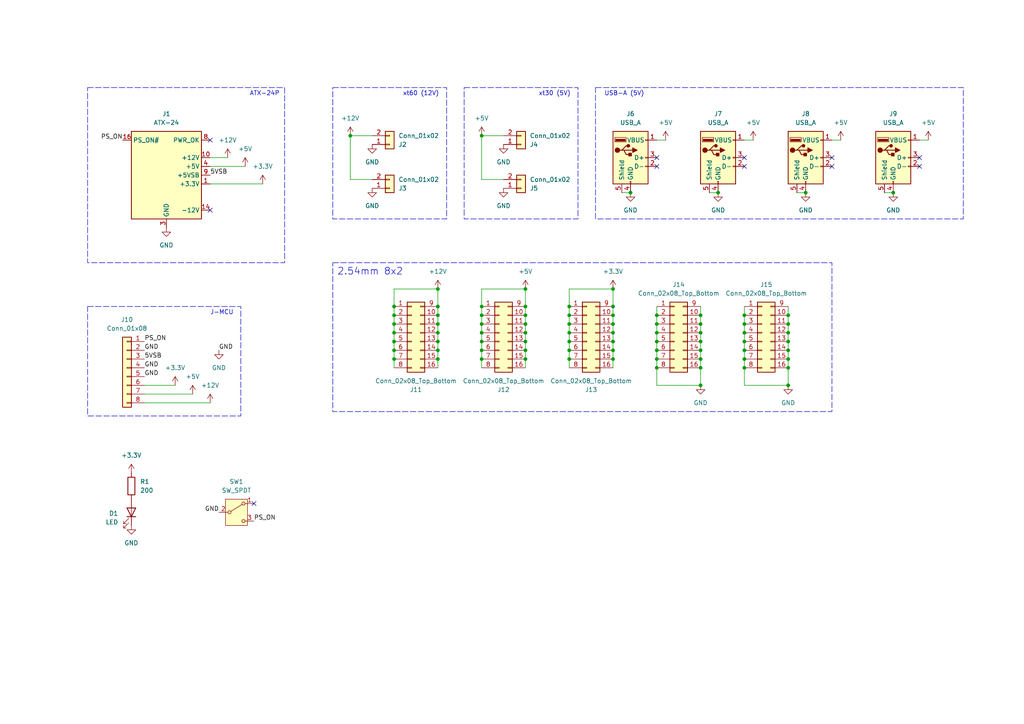
<source format=kicad_sch>
(kicad_sch (version 20230121) (generator eeschema)
  (paper "A4")
  (title_block (title "pm-patx-1") (date "2024-01-29") (rev "v0.1") (company "fm-elpac") (comment 1 "ATX 供电引出板") (comment 2 "secext2022") (comment 3 "https://github.com/fm-elpac/fm-hw"))
  (lib_symbols
    (symbol "Connector:ATX-24"
      (property "Reference" "J" (at -8.89 13.97 0))
      (property "Value" "ATX-24" (at 6.35 13.97 0))
      (symbol "ATX-24_0_1"
        (rectangle (start -10.16 12.7) (end 10.16 -12.7) (stroke (width 0.254)) (fill (type background)))
      )
      (symbol "ATX-24_1_1"
        (pin power_out line (at 12.7 -2.54 180) (length 2.54) (name "+3.3V") (number "1"))
        (pin power_out line (at 12.7 5.08 180) (length 2.54) (name "+12V") (number "10"))
        (pin passive line (at 12.7 5.08 180) (length 2.54) hide (name "+12V") (number "11"))
        (pin passive line (at 12.7 -2.54 180) (length 2.54) hide (name "+3.3V") (number "12"))
        (pin passive line (at 12.7 -2.54 180) (length 2.54) hide (name "+3.3V") (number "13"))
        (pin power_out line (at 12.7 -10.16 180) (length 2.54) (name "-12V") (number "14"))
        (pin passive line (at 0 -15.24 90) (length 2.54) hide (name "GND") (number "15"))
        (pin open_collector line (at -12.7 10.16 0) (length 2.54) (name "PS_ON#") (number "16"))
        (pin passive line (at 0 -15.24 90) (length 2.54) hide (name "GND") (number "17"))
        (pin passive line (at 0 -15.24 90) (length 2.54) hide (name "GND") (number "18"))
        (pin passive line (at 0 -15.24 90) (length 2.54) hide (name "GND") (number "19"))
        (pin passive line (at 12.7 -2.54 180) (length 2.54) hide (name "+3.3V") (number "2"))
        (pin no_connect line (at -10.16 0 0) (length 2.54) hide (name "NC") (number "20"))
        (pin passive line (at 12.7 2.54 180) (length 2.54) hide (name "+5V") (number "21"))
        (pin passive line (at 12.7 2.54 180) (length 2.54) hide (name "+5V") (number "22"))
        (pin passive line (at 12.7 2.54 180) (length 2.54) hide (name "+5V") (number "23"))
        (pin passive line (at 0 -15.24 90) (length 2.54) hide (name "GND") (number "24"))
        (pin power_out line (at 0 -15.24 90) (length 2.54) (name "GND") (number "3"))
        (pin power_out line (at 12.7 2.54 180) (length 2.54) (name "+5V") (number "4"))
        (pin passive line (at 0 -15.24 90) (length 2.54) hide (name "GND") (number "5"))
        (pin passive line (at 12.7 2.54 180) (length 2.54) hide (name "+5V") (number "6"))
        (pin passive line (at 0 -15.24 90) (length 2.54) hide (name "GND") (number "7"))
        (pin output line (at 12.7 10.16 180) (length 2.54) (name "PWR_OK") (number "8"))
        (pin power_out line (at 12.7 0 180) (length 2.54) (name "+5VSB") (number "9"))
      )
    )
    (symbol "Connector:USB_A" (pin_names (offset 1.016))
      (property "Reference" "J" (at -5.08 11.43 0))
      (property "Value" "USB_A" (at -5.08 8.89 0))
      (symbol "USB_A_0_1"
        (rectangle (start -5.08 -7.62) (end 5.08 7.62) (stroke (width 0.254)) (fill (type background)))
        (circle (center -3.81 2.159) (radius 0.635) (stroke (width 0.254)) (fill (type outline)))
        (rectangle (start -1.524 4.826) (end -4.318 5.334) (fill (type outline)))
        (rectangle (start -1.27 4.572) (end -4.572 5.842))
        (circle (center -0.635 3.429) (radius 0.381) (stroke (width 0.254)) (fill (type outline)))
        (rectangle (start -0.127 -7.62) (end 0.127 -6.858))
        (polyline (pts (xy -3.175 2.159) (xy -2.54 2.159) (xy -1.27 3.429) (xy -0.635 3.429)) (stroke (width 0.254)))
        (polyline (pts (xy -2.54 2.159) (xy -1.905 2.159) (xy -1.27 0.889) (xy 0 0.889)) (stroke (width 0.254)))
        (polyline (pts (xy 0.635 2.794) (xy 0.635 1.524) (xy 1.905 2.159) (xy 0.635 2.794)) (stroke (width 0.254)) (fill (type outline)))
        (rectangle (start 0.254 1.27) (end -0.508 0.508) (stroke (width 0.254)) (fill (type outline)))
        (rectangle (start 5.08 -2.667) (end 4.318 -2.413))
        (rectangle (start 5.08 -0.127) (end 4.318 0.127))
        (rectangle (start 5.08 4.953) (end 4.318 5.207))
      )
      (symbol "USB_A_1_1"
        (polyline (pts (xy -1.905 2.159) (xy 0.635 2.159)) (stroke (width 0.254)))
        (pin power_in line (at 7.62 5.08 180) (length 2.54) (name "VBUS") (number "1"))
        (pin bidirectional line (at 7.62 -2.54 180) (length 2.54) (name "D-") (number "2"))
        (pin bidirectional line (at 7.62 0 180) (length 2.54) (name "D+") (number "3"))
        (pin power_in line (at 0 -10.16 90) (length 2.54) (name "GND") (number "4"))
        (pin passive line (at -2.54 -10.16 90) (length 2.54) (name "Shield") (number "5"))
      )
    )
    (symbol "Connector_Generic:Conn_01x02" (pin_names (offset 1.016) hide)
      (property "Reference" "J" (at 0 2.54 0))
      (property "Value" "Conn_01x02" (at 0 -5.08 0))
      (symbol "Conn_01x02_1_1"
        (rectangle (start -1.27 -2.413) (end 0 -2.667) (stroke (width 0.1524)))
        (rectangle (start -1.27 0.127) (end 0 -0.127) (stroke (width 0.1524)))
        (rectangle (start -1.27 1.27) (end 1.27 -3.81) (stroke (width 0.254)) (fill (type background)))
        (pin passive line (at -5.08 0 0) (length 3.81) (name "Pin_1") (number "1"))
        (pin passive line (at -5.08 -2.54 0) (length 3.81) (name "Pin_2") (number "2"))
      )
    )
    (symbol "Connector_Generic:Conn_01x08" (pin_names (offset 1.016) hide)
      (property "Reference" "J" (at 0 10.16 0))
      (property "Value" "Conn_01x08" (at 0 -12.7 0))
      (symbol "Conn_01x08_1_1"
        (rectangle (start -1.27 -10.033) (end 0 -10.287) (stroke (width 0.1524)))
        (rectangle (start -1.27 -7.493) (end 0 -7.747) (stroke (width 0.1524)))
        (rectangle (start -1.27 -4.953) (end 0 -5.207) (stroke (width 0.1524)))
        (rectangle (start -1.27 -2.413) (end 0 -2.667) (stroke (width 0.1524)))
        (rectangle (start -1.27 0.127) (end 0 -0.127) (stroke (width 0.1524)))
        (rectangle (start -1.27 2.667) (end 0 2.413) (stroke (width 0.1524)))
        (rectangle (start -1.27 5.207) (end 0 4.953) (stroke (width 0.1524)))
        (rectangle (start -1.27 7.747) (end 0 7.493) (stroke (width 0.1524)))
        (rectangle (start -1.27 8.89) (end 1.27 -11.43) (stroke (width 0.254)) (fill (type background)))
        (pin passive line (at -5.08 7.62 0) (length 3.81) (name "Pin_1") (number "1"))
        (pin passive line (at -5.08 5.08 0) (length 3.81) (name "Pin_2") (number "2"))
        (pin passive line (at -5.08 2.54 0) (length 3.81) (name "Pin_3") (number "3"))
        (pin passive line (at -5.08 0 0) (length 3.81) (name "Pin_4") (number "4"))
        (pin passive line (at -5.08 -2.54 0) (length 3.81) (name "Pin_5") (number "5"))
        (pin passive line (at -5.08 -5.08 0) (length 3.81) (name "Pin_6") (number "6"))
        (pin passive line (at -5.08 -7.62 0) (length 3.81) (name "Pin_7") (number "7"))
        (pin passive line (at -5.08 -10.16 0) (length 3.81) (name "Pin_8") (number "8"))
      )
    )
    (symbol "Connector_Generic:Conn_02x08_Top_Bottom" (pin_names (offset 1.016) hide)
      (property "Reference" "J" (at 1.27 10.16 0))
      (property "Value" "Conn_02x08_Top_Bottom" (at 1.27 -12.7 0))
      (symbol "Conn_02x08_Top_Bottom_1_1"
        (rectangle (start -1.27 -10.033) (end 0 -10.287) (stroke (width 0.1524)))
        (rectangle (start -1.27 -7.493) (end 0 -7.747) (stroke (width 0.1524)))
        (rectangle (start -1.27 -4.953) (end 0 -5.207) (stroke (width 0.1524)))
        (rectangle (start -1.27 -2.413) (end 0 -2.667) (stroke (width 0.1524)))
        (rectangle (start -1.27 0.127) (end 0 -0.127) (stroke (width 0.1524)))
        (rectangle (start -1.27 2.667) (end 0 2.413) (stroke (width 0.1524)))
        (rectangle (start -1.27 5.207) (end 0 4.953) (stroke (width 0.1524)))
        (rectangle (start -1.27 7.747) (end 0 7.493) (stroke (width 0.1524)))
        (rectangle (start -1.27 8.89) (end 3.81 -11.43) (stroke (width 0.254)) (fill (type background)))
        (rectangle (start 3.81 -10.033) (end 2.54 -10.287) (stroke (width 0.1524)))
        (rectangle (start 3.81 -7.493) (end 2.54 -7.747) (stroke (width 0.1524)))
        (rectangle (start 3.81 -4.953) (end 2.54 -5.207) (stroke (width 0.1524)))
        (rectangle (start 3.81 -2.413) (end 2.54 -2.667) (stroke (width 0.1524)))
        (rectangle (start 3.81 0.127) (end 2.54 -0.127) (stroke (width 0.1524)))
        (rectangle (start 3.81 2.667) (end 2.54 2.413) (stroke (width 0.1524)))
        (rectangle (start 3.81 5.207) (end 2.54 4.953) (stroke (width 0.1524)))
        (rectangle (start 3.81 7.747) (end 2.54 7.493) (stroke (width 0.1524)))
        (pin passive line (at -5.08 7.62 0) (length 3.81) (name "Pin_1") (number "1"))
        (pin passive line (at 7.62 5.08 180) (length 3.81) (name "Pin_10") (number "10"))
        (pin passive line (at 7.62 2.54 180) (length 3.81) (name "Pin_11") (number "11"))
        (pin passive line (at 7.62 0 180) (length 3.81) (name "Pin_12") (number "12"))
        (pin passive line (at 7.62 -2.54 180) (length 3.81) (name "Pin_13") (number "13"))
        (pin passive line (at 7.62 -5.08 180) (length 3.81) (name "Pin_14") (number "14"))
        (pin passive line (at 7.62 -7.62 180) (length 3.81) (name "Pin_15") (number "15"))
        (pin passive line (at 7.62 -10.16 180) (length 3.81) (name "Pin_16") (number "16"))
        (pin passive line (at -5.08 5.08 0) (length 3.81) (name "Pin_2") (number "2"))
        (pin passive line (at -5.08 2.54 0) (length 3.81) (name "Pin_3") (number "3"))
        (pin passive line (at -5.08 0 0) (length 3.81) (name "Pin_4") (number "4"))
        (pin passive line (at -5.08 -2.54 0) (length 3.81) (name "Pin_5") (number "5"))
        (pin passive line (at -5.08 -5.08 0) (length 3.81) (name "Pin_6") (number "6"))
        (pin passive line (at -5.08 -7.62 0) (length 3.81) (name "Pin_7") (number "7"))
        (pin passive line (at -5.08 -10.16 0) (length 3.81) (name "Pin_8") (number "8"))
        (pin passive line (at 7.62 7.62 180) (length 3.81) (name "Pin_9") (number "9"))
      )
    )
    (symbol "Device:LED" (pin_numbers hide) (pin_names (offset 1.016) hide)
      (property "Reference" "D" (at 0 2.54 0))
      (property "Value" "LED" (at 0 -2.54 0))
      (symbol "LED_0_1"
        (polyline (pts (xy -1.27 -1.27) (xy -1.27 1.27)) (stroke (width 0.254)))
        (polyline (pts (xy -1.27 0) (xy 1.27 0)))
        (polyline (pts (xy 1.27 -1.27) (xy 1.27 1.27) (xy -1.27 0) (xy 1.27 -1.27)) (stroke (width 0.254)))
        (polyline (pts (xy -3.048 -0.762) (xy -4.572 -2.286) (xy -3.81 -2.286) (xy -4.572 -2.286) (xy -4.572 -1.524)))
        (polyline (pts (xy -1.778 -0.762) (xy -3.302 -2.286) (xy -2.54 -2.286) (xy -3.302 -2.286) (xy -3.302 -1.524)))
      )
      (symbol "LED_1_1"
        (pin passive line (at -3.81 0 0) (length 2.54) (name "K") (number "1"))
        (pin passive line (at 3.81 0 180) (length 2.54) (name "A") (number "2"))
      )
    )
    (symbol "Device:R" (pin_numbers hide) (pin_names (offset 0))
      (property "Reference" "R" (at 2.032 0 90))
      (property "Value" "R" (at 0 0 90))
      (symbol "R_0_1"
        (rectangle (start -1.016 -2.54) (end 1.016 2.54) (stroke (width 0.254)))
      )
      (symbol "R_1_1"
        (pin passive line (at 0 3.81 270) (length 1.27) (name "~") (number "1"))
        (pin passive line (at 0 -3.81 90) (length 1.27) (name "~") (number "2"))
      )
    )
    (symbol "Switch:SW_SPDT" (pin_names (offset 0) hide)
      (property "Reference" "SW" (at 0 5.08 0))
      (property "Value" "SW_SPDT" (at 0 -5.08 0))
      (symbol "SW_SPDT_0_1"
        (circle (center -2.032 0) (radius 0.4572))
        (polyline (pts (xy -1.651 0.254) (xy 1.651 2.286)))
        (circle (center 2.032 -2.54) (radius 0.4572))
        (circle (center 2.032 2.54) (radius 0.4572))
      )
      (symbol "SW_SPDT_1_1"
        (rectangle (start -3.175 3.81) (end 3.175 -3.81) (fill (type background)))
        (pin passive line (at 5.08 2.54 180) (length 2.54) (name "A") (number "1"))
        (pin passive line (at -5.08 0 0) (length 2.54) (name "B") (number "2"))
        (pin passive line (at 5.08 -2.54 180) (length 2.54) (name "C") (number "3"))
      )
    )
    (symbol "power:+12V" (power) (pin_names (offset 0))
      (property "Value" "+12V" (at 0 3.556 0))
      (symbol "+12V_0_1"
        (polyline (pts (xy -0.762 1.27) (xy 0 2.54)))
        (polyline (pts (xy 0 0) (xy 0 2.54)))
        (polyline (pts (xy 0 2.54) (xy 0.762 1.27)))
      )
      (symbol "+12V_1_1"
        (pin power_in line (at 0 0 90) (length 0) hide (name "+12V") (number "1"))
      )
    )
    (symbol "power:+3.3V" (power) (pin_names (offset 0))
      (property "Value" "+3.3V" (at 0 3.556 0))
      (symbol "+3.3V_0_1"
        (polyline (pts (xy -0.762 1.27) (xy 0 2.54)))
        (polyline (pts (xy 0 0) (xy 0 2.54)))
        (polyline (pts (xy 0 2.54) (xy 0.762 1.27)))
      )
      (symbol "+3.3V_1_1"
        (pin power_in line (at 0 0 90) (length 0) hide (name "+3.3V") (number "1"))
      )
    )
    (symbol "power:+5V" (power) (pin_names (offset 0))
      (property "Value" "+5V" (at 0 3.556 0))
      (symbol "+5V_0_1"
        (polyline (pts (xy -0.762 1.27) (xy 0 2.54)))
        (polyline (pts (xy 0 0) (xy 0 2.54)))
        (polyline (pts (xy 0 2.54) (xy 0.762 1.27)))
      )
      (symbol "+5V_1_1"
        (pin power_in line (at 0 0 90) (length 0) hide (name "+5V") (number "1"))
      )
    )
    (symbol "power:GND" (power) (pin_names (offset 0))
      (property "Value" "GND" (at 0 -3.81 0))
      (symbol "GND_0_1"
        (polyline (pts (xy 0 0) (xy 0 -1.27) (xy 1.27 -1.27) (xy 0 -2.54) (xy -1.27 -1.27) (xy 0 -1.27)))
      )
      (symbol "GND_1_1"
        (pin power_in line (at 0 0 270) (length 0) hide (name "GND") (number "1"))
      )
    )
  )
  (junction (at 101.6 39.37))
  (junction (at 114.3 96.52))
  (junction (at 177.8 91.44))
  (junction (at 182.88 55.88))
  (junction (at 228.6 99.06))
  (junction (at 190.5 96.52))
  (junction (at 114.3 88.9))
  (junction (at 228.6 96.52))
  (junction (at 177.8 99.06))
  (junction (at 139.7 101.6))
  (junction (at 203.2 96.52))
  (junction (at 165.1 101.6))
  (junction (at 190.5 104.14))
  (junction (at 177.8 101.6))
  (junction (at 177.8 96.52))
  (junction (at 203.2 101.6))
  (junction (at 215.9 91.44))
  (junction (at 228.6 104.14))
  (junction (at 139.7 93.98))
  (junction (at 114.3 99.06))
  (junction (at 203.2 106.68))
  (junction (at 127 93.98))
  (junction (at 127 99.06))
  (junction (at 127 96.52))
  (junction (at 152.4 93.98))
  (junction (at 139.7 104.14))
  (junction (at 114.3 104.14))
  (junction (at 165.1 104.14))
  (junction (at 203.2 104.14))
  (junction (at 203.2 99.06))
  (junction (at 203.2 91.44))
  (junction (at 127 101.6))
  (junction (at 152.4 88.9))
  (junction (at 127 104.14))
  (junction (at 203.2 111.76))
  (junction (at 190.5 91.44))
  (junction (at 190.5 106.68))
  (junction (at 114.3 93.98))
  (junction (at 190.5 101.6))
  (junction (at 177.8 88.9))
  (junction (at 165.1 96.52))
  (junction (at 233.68 55.88))
  (junction (at 139.7 99.06))
  (junction (at 139.7 91.44))
  (junction (at 139.7 88.9))
  (junction (at 152.4 91.44))
  (junction (at 165.1 99.06))
  (junction (at 228.6 93.98))
  (junction (at 215.9 106.68))
  (junction (at 127 91.44))
  (junction (at 190.5 99.06))
  (junction (at 139.7 39.37))
  (junction (at 139.7 96.52))
  (junction (at 114.3 91.44))
  (junction (at 127 88.9))
  (junction (at 190.5 93.98))
  (junction (at 177.8 93.98))
  (junction (at 215.9 93.98))
  (junction (at 228.6 111.76))
  (junction (at 215.9 101.6))
  (junction (at 152.4 99.06))
  (junction (at 228.6 106.68))
  (junction (at 228.6 101.6))
  (junction (at 203.2 93.98))
  (junction (at 165.1 88.9))
  (junction (at 208.28 55.88))
  (junction (at 152.4 104.14))
  (junction (at 228.6 91.44))
  (junction (at 114.3 101.6))
  (junction (at 215.9 104.14))
  (junction (at 152.4 96.52))
  (junction (at 177.8 83.82))
  (junction (at 152.4 101.6))
  (junction (at 127 83.82))
  (junction (at 165.1 91.44))
  (junction (at 215.9 99.06))
  (junction (at 259.08 55.88))
  (junction (at 165.1 93.98))
  (junction (at 152.4 83.82))
  (junction (at 215.9 96.52))
  (junction (at 177.8 104.14))
  (no_connect (at 60.96 40.64))
  (no_connect (at 215.9 45.72))
  (no_connect (at 215.9 48.26))
  (no_connect (at 73.66 146.05))
  (no_connect (at 241.3 48.26))
  (no_connect (at 190.5 45.72))
  (no_connect (at 241.3 45.72))
  (no_connect (at 266.7 45.72))
  (no_connect (at 190.5 48.26))
  (no_connect (at 266.7 48.26))
  (no_connect (at 60.96 60.96))
  (wire (pts (xy 152.4 91.44) (xy 152.4 93.98)))
  (wire (pts (xy 215.9 99.06) (xy 215.9 101.6)))
  (wire (pts (xy 228.6 96.52) (xy 228.6 99.06)))
  (wire (pts (xy 60.96 45.72) (xy 66.04 45.72)))
  (wire (pts (xy 177.8 83.82) (xy 177.8 88.9)))
  (wire (pts (xy 165.1 99.06) (xy 165.1 101.6)))
  (wire (pts (xy 152.4 88.9) (xy 152.4 91.44)))
  (wire (pts (xy 107.95 52.07) (xy 101.6 52.07)))
  (wire (pts (xy 215.9 106.68) (xy 215.9 111.76)))
  (wire (pts (xy 177.8 104.14) (xy 177.8 106.68)))
  (wire (pts (xy 228.6 104.14) (xy 228.6 106.68)))
  (wire (pts (xy 190.5 40.64) (xy 193.04 40.64)))
  (wire (pts (xy 127 93.98) (xy 127 96.52)))
  (wire (pts (xy 114.3 83.82) (xy 114.3 88.9)))
  (wire (pts (xy 203.2 96.52) (xy 203.2 99.06)))
  (wire (pts (xy 203.2 88.9) (xy 203.2 91.44)))
  (wire (pts (xy 228.6 93.98) (xy 228.6 96.52)))
  (wire (pts (xy 127 101.6) (xy 127 104.14)))
  (wire (pts (xy 152.4 104.14) (xy 152.4 106.68)))
  (wire (pts (xy 165.1 88.9) (xy 165.1 91.44)))
  (wire (pts (xy 190.5 91.44) (xy 190.5 93.98)))
  (wire (pts (xy 231.14 55.88) (xy 233.68 55.88)))
  (wire (pts (xy 152.4 101.6) (xy 152.4 104.14)))
  (wire (pts (xy 139.7 88.9) (xy 139.7 83.82)))
  (wire (pts (xy 114.3 101.6) (xy 114.3 104.14)))
  (wire (pts (xy 215.9 101.6) (xy 215.9 104.14)))
  (wire (pts (xy 215.9 104.14) (xy 215.9 106.68)))
  (wire (pts (xy 215.9 88.9) (xy 215.9 91.44)))
  (wire (pts (xy 114.3 91.44) (xy 114.3 93.98)))
  (wire (pts (xy 165.1 88.9) (xy 165.1 83.82)))
  (wire (pts (xy 114.3 96.52) (xy 114.3 99.06)))
  (wire (pts (xy 190.5 88.9) (xy 190.5 91.44)))
  (wire (pts (xy 165.1 91.44) (xy 165.1 93.98)))
  (wire (pts (xy 152.4 83.82) (xy 152.4 88.9)))
  (wire (pts (xy 177.8 91.44) (xy 177.8 93.98)))
  (wire (pts (xy 190.5 93.98) (xy 190.5 96.52)))
  (wire (pts (xy 165.1 101.6) (xy 165.1 104.14)))
  (wire (pts (xy 203.2 99.06) (xy 203.2 101.6)))
  (wire (pts (xy 165.1 104.14) (xy 165.1 106.68)))
  (wire (pts (xy 203.2 104.14) (xy 203.2 106.68)))
  (wire (pts (xy 127 83.82) (xy 127 88.9)))
  (wire (pts (xy 146.05 52.07) (xy 139.7 52.07)))
  (wire (pts (xy 177.8 88.9) (xy 177.8 91.44)))
  (wire (pts (xy 165.1 93.98) (xy 165.1 96.52)))
  (wire (pts (xy 114.3 88.9) (xy 114.3 91.44)))
  (wire (pts (xy 215.9 40.64) (xy 218.44 40.64)))
  (wire (pts (xy 114.3 99.06) (xy 114.3 101.6)))
  (wire (pts (xy 215.9 93.98) (xy 215.9 96.52)))
  (wire (pts (xy 203.2 91.44) (xy 203.2 93.98)))
  (wire (pts (xy 180.34 55.88) (xy 182.88 55.88)))
  (wire (pts (xy 127 91.44) (xy 127 93.98)))
  (wire (pts (xy 127 88.9) (xy 127 91.44)))
  (wire (pts (xy 114.3 104.14) (xy 114.3 106.68)))
  (wire (pts (xy 139.7 52.07) (xy 139.7 39.37)))
  (wire (pts (xy 127 83.82) (xy 114.3 83.82)))
  (wire (pts (xy 139.7 91.44) (xy 139.7 93.98)))
  (wire (pts (xy 228.6 99.06) (xy 228.6 101.6)))
  (wire (pts (xy 177.8 96.52) (xy 177.8 99.06)))
  (wire (pts (xy 177.8 101.6) (xy 177.8 104.14)))
  (wire (pts (xy 152.4 99.06) (xy 152.4 101.6)))
  (wire (pts (xy 152.4 96.52) (xy 152.4 99.06)))
  (wire (pts (xy 190.5 104.14) (xy 190.5 106.68)))
  (wire (pts (xy 190.5 99.06) (xy 190.5 101.6)))
  (wire (pts (xy 41.91 116.84) (xy 60.96 116.84)))
  (wire (pts (xy 256.54 55.88) (xy 259.08 55.88)))
  (wire (pts (xy 127 96.52) (xy 127 99.06)))
  (wire (pts (xy 190.5 101.6) (xy 190.5 104.14)))
  (wire (pts (xy 203.2 93.98) (xy 203.2 96.52)))
  (wire (pts (xy 177.8 93.98) (xy 177.8 96.52)))
  (wire (pts (xy 41.91 111.76) (xy 50.8 111.76)))
  (wire (pts (xy 190.5 111.76) (xy 203.2 111.76)))
  (wire (pts (xy 165.1 83.82) (xy 177.8 83.82)))
  (wire (pts (xy 139.7 96.52) (xy 139.7 99.06)))
  (wire (pts (xy 228.6 88.9) (xy 228.6 91.44)))
  (wire (pts (xy 215.9 96.52) (xy 215.9 99.06)))
  (wire (pts (xy 152.4 93.98) (xy 152.4 96.52)))
  (wire (pts (xy 215.9 111.76) (xy 228.6 111.76)))
  (wire (pts (xy 228.6 101.6) (xy 228.6 104.14)))
  (wire (pts (xy 60.96 53.34) (xy 76.2 53.34)))
  (wire (pts (xy 165.1 96.52) (xy 165.1 99.06)))
  (wire (pts (xy 205.74 55.88) (xy 208.28 55.88)))
  (wire (pts (xy 127 99.06) (xy 127 101.6)))
  (wire (pts (xy 190.5 106.68) (xy 190.5 111.76)))
  (wire (pts (xy 203.2 106.68) (xy 203.2 111.76)))
  (wire (pts (xy 228.6 106.68) (xy 228.6 111.76)))
  (wire (pts (xy 177.8 99.06) (xy 177.8 101.6)))
  (wire (pts (xy 114.3 93.98) (xy 114.3 96.52)))
  (wire (pts (xy 139.7 83.82) (xy 152.4 83.82)))
  (wire (pts (xy 101.6 52.07) (xy 101.6 39.37)))
  (wire (pts (xy 266.7 40.64) (xy 269.24 40.64)))
  (wire (pts (xy 139.7 88.9) (xy 139.7 91.44)))
  (wire (pts (xy 190.5 96.52) (xy 190.5 99.06)))
  (wire (pts (xy 41.91 114.3) (xy 55.88 114.3)))
  (wire (pts (xy 60.96 48.26) (xy 71.12 48.26)))
  (wire (pts (xy 203.2 101.6) (xy 203.2 104.14)))
  (wire (pts (xy 228.6 91.44) (xy 228.6 93.98)))
  (wire (pts (xy 215.9 91.44) (xy 215.9 93.98)))
  (wire (pts (xy 127 104.14) (xy 127 106.68)))
  (wire (pts (xy 139.7 93.98) (xy 139.7 96.52)))
  (wire (pts (xy 101.6 39.37) (xy 107.95 39.37)))
  (wire (pts (xy 139.7 104.14) (xy 139.7 106.68)))
  (wire (pts (xy 139.7 99.06) (xy 139.7 101.6)))
  (wire (pts (xy 241.3 40.64) (xy 243.84 40.64)))
  (wire (pts (xy 139.7 39.37) (xy 146.05 39.37)))
  (wire (pts (xy 139.7 101.6) (xy 139.7 104.14)))
  (rectangle (start 96.52 25.4) (end 129.54 63.5) (stroke (width 0) (type dash)))
  (rectangle (start 172.72 25.4) (end 279.4 63.5) (stroke (width 0) (type dash)))
  (rectangle (start 25.4 25.4) (end 82.55 76.2) (stroke (width 0) (type dash)))
  (rectangle (start 134.62 25.4) (end 167.64 63.5) (stroke (width 0) (type dash)))
  (rectangle (start 96.52 76.2) (end 241.3 119.38) (stroke (width 0) (type dash)))
  (rectangle (start 25.4 88.9) (end 69.85 120.65) (stroke (width 0) (type dash)))
  (text "USB-A (5V)" (at 175.26 27.94 0) (effects (font (size 1.27 1.27)) (justify left bottom)))
  (text "J-MCU" (at 60.96 91.44 0) (effects (font (size 1.27 1.27)) (justify left bottom)))
  (text "xt30 (5V)" (at 156.21 27.94 0) (effects (font (size 1.27 1.27)) (justify left bottom)))
  (text "xt60 (12V)" (at 116.84 27.94 0) (effects (font (size 1.27 1.27)) (justify left bottom)))
  (text "ATX-24P" (at 72.39 27.94 0) (effects (font (size 1.27 1.27)) (justify left bottom)))
  (text "2.54mm 8x2" (at 97.79 80.01 0) (effects (font (size 2 2)) (justify left bottom)))
  (label "GND" (at 41.91 106.68 0))
  (label "GND" (at 63.5 148.59 180))
  (label "GND" (at 41.91 109.22 0))
  (label "5VSB" (at 60.96 50.8 0))
  (label "PS_ON" (at 35.56 40.64 180))
  (label "PS_ON" (at 73.66 151.13 0))
  (label "GND" (at 41.91 101.6 0))
  (label "PS_ON" (at 41.91 99.06 0))
  (label "GND" (at 63.5 101.6 0))
  (label "5VSB" (at 41.91 104.14 0))
  (symbol (lib_id "power:GND") (at 228.6 111.76 0) (unit 1)
    (property "Reference" "#PWR027" (effects hide))
    (property "Value" "GND" (at 228.6 116.84 0))
  )
  (symbol (lib_id "power:+3.3V") (at 38.1 137.16 0) (unit 1)
    (property "Reference" "#PWR029" (effects hide))
    (property "Value" "+3.3V" (at 38.1 132.08 0))
  )
  (symbol (lib_id "Connector_Generic:Conn_02x08_Top_Bottom") (at 144.78 96.52 0) (unit 1)
    (property "Reference" "J12" (at 146.05 113.03 0))
    (property "Value" "Conn_02x08_Top_Bottom" (at 146.05 110.49 0))
    (property "Footprint" "Connector_PinHeader_2.54mm:PinHeader_2x08_P2.54mm_Vertical" (effects hide))
  )
  (symbol (lib_id "Connector_Generic:Conn_01x02") (at 113.03 41.91 0) (mirror x) (unit 1)
    (property "Reference" "J2" (at 115.57 41.91 0) (effects (justify left)))
    (property "Value" "Conn_01x02" (at 115.57 39.37 0) (effects (justify left)))
    (property "Footprint" "Connector_AMASS:AMASS_XT60-F_1x02_P7.20mm_Vertical" (effects hide))
  )
  (symbol (lib_id "Device:R") (at 38.1 140.97 0) (unit 1)
    (property "Reference" "R1" (at 40.64 139.7 0) (effects (justify left)))
    (property "Value" "200" (at 40.64 142.24 0) (effects (justify left)))
    (property "Footprint" "Resistor_SMD:R_0805_2012Metric_Pad1.20x1.40mm_HandSolder" (effects hide))
  )
  (symbol (lib_id "Connector:USB_A") (at 182.88 45.72 0) (unit 1)
    (property "Reference" "J6" (at 182.88 33.02 0))
    (property "Value" "USB_A" (at 182.88 35.56 0))
    (property "Footprint" "patx-1:USB-A-V1" (effects hide))
    (property "Datasheet" " ~" (effects hide))
  )
  (symbol (lib_id "power:+5V") (at 71.12 48.26 0) (unit 1)
    (property "Reference" "#PWR03" (effects hide))
    (property "Value" "+5V" (at 71.12 43.18 0))
  )
  (symbol (lib_id "Connector_Generic:Conn_02x08_Top_Bottom") (at 119.38 96.52 0) (unit 1)
    (property "Reference" "J11" (at 120.65 113.03 0))
    (property "Value" "Conn_02x08_Top_Bottom" (at 120.65 110.49 0))
    (property "Footprint" "Connector_PinHeader_2.54mm:PinHeader_2x08_P2.54mm_Vertical" (effects hide))
  )
  (symbol (lib_id "power:+5V") (at 152.4 83.82 0) (unit 1)
    (property "Reference" "#PWR024" (effects hide))
    (property "Value" "+5V" (at 152.4 78.74 0))
  )
  (symbol (lib_id "power:+3.3V") (at 177.8 83.82 0) (unit 1)
    (property "Reference" "#PWR025" (effects hide))
    (property "Value" "+3.3V" (at 177.8 78.74 0))
  )
  (symbol (lib_id "power:+5V") (at 243.84 40.64 0) (unit 1)
    (property "Reference" "#PWR017" (effects hide))
    (property "Value" "+5V" (at 243.84 35.56 0))
  )
  (symbol (lib_id "power:GND") (at 233.68 55.88 0) (unit 1)
    (property "Reference" "#PWR013" (effects hide))
    (property "Value" "GND" (at 233.68 60.96 0))
  )
  (symbol (lib_id "power:+3.3V") (at 76.2 53.34 0) (unit 1)
    (property "Reference" "#PWR04" (effects hide))
    (property "Value" "+3.3V" (at 76.2 48.26 0))
  )
  (symbol (lib_id "Connector_Generic:Conn_01x02") (at 151.13 54.61 0) (mirror x) (unit 1)
    (property "Reference" "J5" (at 153.67 54.61 0) (effects (justify left)))
    (property "Value" "Conn_01x02" (at 153.67 52.07 0) (effects (justify left)))
    (property "Footprint" "Connector_AMASS:AMASS_XT30UPB-F_1x02_P5.0mm_Vertical" (effects hide))
  )
  (symbol (lib_id "Connector:ATX-24") (at 48.26 50.8 0) (unit 1)
    (property "Reference" "J1" (at 48.26 33.02 0))
    (property "Value" "ATX-24" (at 48.26 35.56 0))
    (property "Footprint" "Connector_Molex:Molex_Mini-Fit_Jr_5566-24A_2x12_P4.20mm_Vertical" (effects hide))
    (property "Datasheet" "https://www.intel.com/content/dam/www/public/us/en/documents/guides/power-supply-design-guide-june.pdf#page=33" (effects hide))
  )
  (symbol (lib_id "power:GND") (at 146.05 54.61 0) (unit 1)
    (property "Reference" "#PWR08" (effects hide))
    (property "Value" "GND" (at 146.05 59.69 0))
  )
  (symbol (lib_id "power:GND") (at 259.08 55.88 0) (unit 1)
    (property "Reference" "#PWR014" (effects hide))
    (property "Value" "GND" (at 259.08 60.96 0))
  )
  (symbol (lib_id "power:+3.3V") (at 50.8 111.76 0) (unit 1)
    (property "Reference" "#PWR020" (effects hide))
    (property "Value" "+3.3V" (at 50.8 106.68 0))
  )
  (symbol (lib_id "Connector:USB_A") (at 259.08 45.72 0) (unit 1)
    (property "Reference" "J9" (at 259.08 33.02 0))
    (property "Value" "USB_A" (at 259.08 35.56 0))
    (property "Footprint" "patx-1:USB-A-V1" (effects hide))
    (property "Datasheet" " ~" (effects hide))
  )
  (symbol (lib_id "Connector:USB_A") (at 233.68 45.72 0) (unit 1)
    (property "Reference" "J8" (at 233.68 33.02 0))
    (property "Value" "USB_A" (at 233.68 35.56 0))
    (property "Footprint" "patx-1:USB-A-V1" (effects hide))
    (property "Datasheet" " ~" (effects hide))
  )
  (symbol (lib_id "power:GND") (at 48.26 66.04 0) (unit 1)
    (property "Reference" "#PWR01" (effects hide))
    (property "Value" "GND" (at 48.26 71.12 0))
  )
  (symbol (lib_id "power:+5V") (at 55.88 114.3 0) (unit 1)
    (property "Reference" "#PWR021" (effects hide))
    (property "Value" "+5V" (at 55.88 109.22 0))
  )
  (symbol (lib_id "power:GND") (at 182.88 55.88 0) (unit 1)
    (property "Reference" "#PWR011" (effects hide))
    (property "Value" "GND" (at 182.88 60.96 0))
  )
  (symbol (lib_id "power:GND") (at 107.95 41.91 0) (unit 1)
    (property "Reference" "#PWR05" (effects hide))
    (property "Value" "GND" (at 107.95 46.99 0))
  )
  (symbol (lib_id "power:+5V") (at 218.44 40.64 0) (unit 1)
    (property "Reference" "#PWR016" (effects hide))
    (property "Value" "+5V" (at 218.44 35.56 0))
  )
  (symbol (lib_id "power:GND") (at 146.05 41.91 0) (unit 1)
    (property "Reference" "#PWR07" (effects hide))
    (property "Value" "GND" (at 146.05 46.99 0))
  )
  (symbol (lib_id "Device:LED") (at 38.1 148.59 270) (mirror x) (unit 1)
    (property "Reference" "D1" (at 34.29 148.9075 90) (effects (justify right)))
    (property "Value" "LED" (at 34.29 151.4475 90) (effects (justify right)))
    (property "Footprint" "LED_SMD:LED_0805_2012Metric_Pad1.15x1.40mm_HandSolder" (effects hide))
  )
  (symbol (lib_id "power:GND") (at 107.95 54.61 0) (unit 1)
    (property "Reference" "#PWR06" (effects hide))
    (property "Value" "GND" (at 107.95 59.69 0))
  )
  (symbol (lib_id "Connector_Generic:Conn_02x08_Top_Bottom") (at 170.18 96.52 0) (unit 1)
    (property "Reference" "J13" (at 171.45 113.03 0))
    (property "Value" "Conn_02x08_Top_Bottom" (at 171.45 110.49 0))
    (property "Footprint" "Connector_PinHeader_2.54mm:PinHeader_2x08_P2.54mm_Vertical" (effects hide))
  )
  (symbol (lib_id "power:GND") (at 38.1 152.4 0) (unit 1)
    (property "Reference" "#PWR028" (effects hide))
    (property "Value" "GND" (at 38.1 157.48 0))
  )
  (symbol (lib_id "power:+5V") (at 193.04 40.64 0) (unit 1)
    (property "Reference" "#PWR015" (effects hide))
    (property "Value" "+5V" (at 193.04 35.56 0))
  )
  (symbol (lib_id "Connector_Generic:Conn_02x08_Top_Bottom") (at 220.98 96.52 0) (unit 1)
    (property "Reference" "J15" (at 222.25 82.55 0))
    (property "Value" "Conn_02x08_Top_Bottom" (at 222.25 85.09 0))
    (property "Footprint" "Connector_PinHeader_2.54mm:PinHeader_2x08_P2.54mm_Vertical" (effects hide))
  )
  (symbol (lib_id "power:+12V") (at 66.04 45.72 0) (unit 1)
    (property "Reference" "#PWR02" (effects hide))
    (property "Value" "+12V" (at 66.04 40.64 0))
  )
  (symbol (lib_id "power:+12V") (at 101.6 39.37 0) (unit 1)
    (property "Reference" "#PWR09" (effects hide))
    (property "Value" "+12V" (at 101.6 34.29 0))
  )
  (symbol (lib_id "power:+5V") (at 269.24 40.64 0) (unit 1)
    (property "Reference" "#PWR018" (effects hide))
    (property "Value" "+5V" (at 269.24 35.56 0))
  )
  (symbol (lib_id "Connector_Generic:Conn_01x02") (at 151.13 41.91 0) (mirror x) (unit 1)
    (property "Reference" "J4" (at 153.67 41.91 0) (effects (justify left)))
    (property "Value" "Conn_01x02" (at 153.67 39.37 0) (effects (justify left)))
    (property "Footprint" "Connector_AMASS:AMASS_XT30UPB-F_1x02_P5.0mm_Vertical" (effects hide))
  )
  (symbol (lib_id "Connector_Generic:Conn_02x08_Top_Bottom") (at 195.58 96.52 0) (unit 1)
    (property "Reference" "J14" (at 196.85 82.55 0))
    (property "Value" "Conn_02x08_Top_Bottom" (at 196.85 85.09 0))
    (property "Footprint" "Connector_PinHeader_2.54mm:PinHeader_2x08_P2.54mm_Vertical" (effects hide))
  )
  (symbol (lib_id "Connector_Generic:Conn_01x02") (at 113.03 54.61 0) (mirror x) (unit 1)
    (property "Reference" "J3" (at 115.57 54.61 0) (effects (justify left)))
    (property "Value" "Conn_01x02" (at 115.57 52.07 0) (effects (justify left)))
    (property "Footprint" "Connector_AMASS:AMASS_XT60-F_1x02_P7.20mm_Vertical" (effects hide))
  )
  (symbol (lib_id "power:+12V") (at 60.96 116.84 0) (unit 1)
    (property "Reference" "#PWR022" (effects hide))
    (property "Value" "+12V" (at 60.96 111.76 0))
  )
  (symbol (lib_id "power:+12V") (at 127 83.82 0) (unit 1)
    (property "Reference" "#PWR023" (effects hide))
    (property "Value" "+12V" (at 127 78.74 0))
  )
  (symbol (lib_id "Connector_Generic:Conn_01x08") (at 36.83 106.68 0) (mirror y) (unit 1)
    (property "Reference" "J10" (at 36.83 92.71 0))
    (property "Value" "Conn_01x08" (at 36.83 95.25 0))
    (property "Footprint" "Connector_PinHeader_2.54mm:PinHeader_1x08_P2.54mm_Vertical" (effects hide))
  )
  (symbol (lib_id "power:+5V") (at 139.7 39.37 0) (unit 1)
    (property "Reference" "#PWR010" (effects hide))
    (property "Value" "+5V" (at 139.7 34.29 0))
  )
  (symbol (lib_id "Connector:USB_A") (at 208.28 45.72 0) (unit 1)
    (property "Reference" "J7" (at 208.28 33.02 0))
    (property "Value" "USB_A" (at 208.28 35.56 0))
    (property "Footprint" "patx-1:USB-A-V1" (effects hide))
    (property "Datasheet" " ~" (effects hide))
  )
  (symbol (lib_id "power:GND") (at 208.28 55.88 0) (unit 1)
    (property "Reference" "#PWR012" (effects hide))
    (property "Value" "GND" (at 208.28 60.96 0))
  )
  (symbol (lib_id "power:GND") (at 63.5 101.6 0) (unit 1)
    (property "Reference" "#PWR019" (effects hide))
    (property "Value" "GND" (at 63.5 106.68 0))
  )
  (symbol (lib_id "power:GND") (at 203.2 111.76 0) (unit 1)
    (property "Reference" "#PWR026" (effects hide))
    (property "Value" "GND" (at 203.2 116.84 0))
  )
  (symbol (lib_id "Switch:SW_SPDT") (at 68.58 148.59 0) (unit 1)
    (property "Reference" "SW1" (at 68.58 139.7 0))
    (property "Value" "SW_SPDT" (at 68.58 142.24 0))
    (property "Footprint" "patx-1:MKS-12D19" (effects hide))
  )
)
</source>
